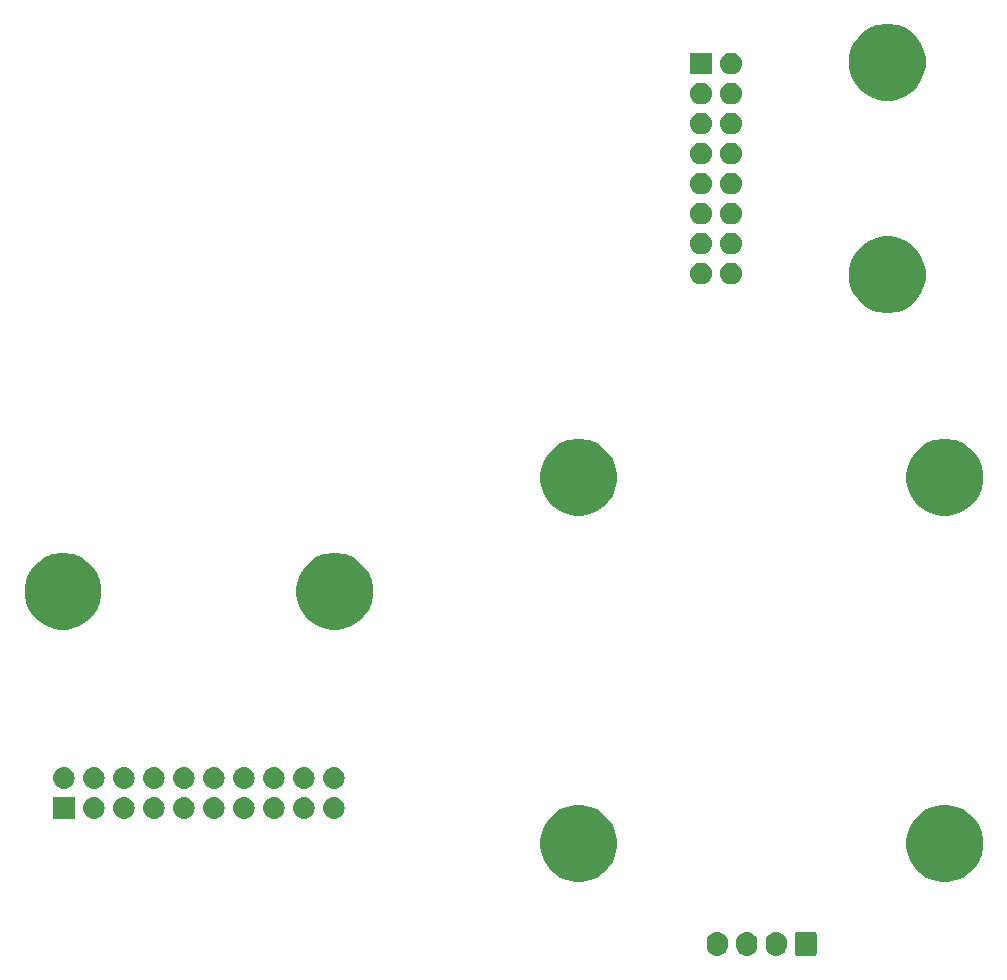
<source format=gbr>
G04 #@! TF.GenerationSoftware,KiCad,Pcbnew,(5.1.4)-1*
G04 #@! TF.CreationDate,2020-03-27T03:49:38-04:00*
G04 #@! TF.ProjectId,gantry_x_motor_breakout,67616e74-7279-45f7-985f-6d6f746f725f,rev?*
G04 #@! TF.SameCoordinates,Original*
G04 #@! TF.FileFunction,Soldermask,Top*
G04 #@! TF.FilePolarity,Negative*
%FSLAX46Y46*%
G04 Gerber Fmt 4.6, Leading zero omitted, Abs format (unit mm)*
G04 Created by KiCad (PCBNEW (5.1.4)-1) date 2020-03-27 03:49:38*
%MOMM*%
%LPD*%
G04 APERTURE LIST*
%ADD10C,0.100000*%
G04 APERTURE END LIST*
D10*
G36*
X148926627Y-122987037D02*
G01*
X149096466Y-123038557D01*
X149252991Y-123122222D01*
X149288729Y-123151552D01*
X149390186Y-123234814D01*
X149473448Y-123336271D01*
X149502778Y-123372009D01*
X149586443Y-123528534D01*
X149637963Y-123698374D01*
X149651000Y-123830743D01*
X149651000Y-124169258D01*
X149637963Y-124301627D01*
X149586443Y-124471466D01*
X149502778Y-124627991D01*
X149473448Y-124663729D01*
X149390186Y-124765186D01*
X149252989Y-124877779D01*
X149096467Y-124961442D01*
X149096465Y-124961443D01*
X148926626Y-125012963D01*
X148750000Y-125030359D01*
X148573373Y-125012963D01*
X148403534Y-124961443D01*
X148247009Y-124877778D01*
X148204750Y-124843097D01*
X148109814Y-124765186D01*
X147997221Y-124627989D01*
X147913558Y-124471467D01*
X147913557Y-124471465D01*
X147862037Y-124301626D01*
X147849000Y-124169257D01*
X147849000Y-123830742D01*
X147862037Y-123698373D01*
X147913557Y-123528534D01*
X147997222Y-123372009D01*
X148109815Y-123234815D01*
X148247010Y-123122222D01*
X148403535Y-123038557D01*
X148573374Y-122987037D01*
X148750000Y-122969641D01*
X148926627Y-122987037D01*
X148926627Y-122987037D01*
G37*
G36*
X151426627Y-122987037D02*
G01*
X151596466Y-123038557D01*
X151752991Y-123122222D01*
X151788729Y-123151552D01*
X151890186Y-123234814D01*
X151973448Y-123336271D01*
X152002778Y-123372009D01*
X152086443Y-123528534D01*
X152137963Y-123698374D01*
X152151000Y-123830743D01*
X152151000Y-124169258D01*
X152137963Y-124301627D01*
X152086443Y-124471466D01*
X152002778Y-124627991D01*
X151973448Y-124663729D01*
X151890186Y-124765186D01*
X151752989Y-124877779D01*
X151596467Y-124961442D01*
X151596465Y-124961443D01*
X151426626Y-125012963D01*
X151250000Y-125030359D01*
X151073373Y-125012963D01*
X150903534Y-124961443D01*
X150747009Y-124877778D01*
X150704750Y-124843097D01*
X150609814Y-124765186D01*
X150497221Y-124627989D01*
X150413558Y-124471467D01*
X150413557Y-124471465D01*
X150362037Y-124301626D01*
X150349000Y-124169257D01*
X150349000Y-123830742D01*
X150362037Y-123698373D01*
X150413557Y-123528534D01*
X150497222Y-123372009D01*
X150609815Y-123234815D01*
X150747010Y-123122222D01*
X150903535Y-123038557D01*
X151073374Y-122987037D01*
X151250000Y-122969641D01*
X151426627Y-122987037D01*
X151426627Y-122987037D01*
G37*
G36*
X146426627Y-122987037D02*
G01*
X146596466Y-123038557D01*
X146752991Y-123122222D01*
X146788729Y-123151552D01*
X146890186Y-123234814D01*
X146973448Y-123336271D01*
X147002778Y-123372009D01*
X147086443Y-123528534D01*
X147137963Y-123698374D01*
X147151000Y-123830743D01*
X147151000Y-124169258D01*
X147137963Y-124301627D01*
X147086443Y-124471466D01*
X147002778Y-124627991D01*
X146973448Y-124663729D01*
X146890186Y-124765186D01*
X146752989Y-124877779D01*
X146596467Y-124961442D01*
X146596465Y-124961443D01*
X146426626Y-125012963D01*
X146250000Y-125030359D01*
X146073373Y-125012963D01*
X145903534Y-124961443D01*
X145747009Y-124877778D01*
X145704750Y-124843097D01*
X145609814Y-124765186D01*
X145497221Y-124627989D01*
X145413558Y-124471467D01*
X145413557Y-124471465D01*
X145362037Y-124301626D01*
X145349000Y-124169257D01*
X145349000Y-123830742D01*
X145362037Y-123698373D01*
X145413557Y-123528534D01*
X145497222Y-123372009D01*
X145609815Y-123234815D01*
X145747010Y-123122222D01*
X145903535Y-123038557D01*
X146073374Y-122987037D01*
X146250000Y-122969641D01*
X146426627Y-122987037D01*
X146426627Y-122987037D01*
G37*
G36*
X154508600Y-122977989D02*
G01*
X154541652Y-122988015D01*
X154572103Y-123004292D01*
X154598799Y-123026201D01*
X154620708Y-123052897D01*
X154636985Y-123083348D01*
X154647011Y-123116400D01*
X154651000Y-123156903D01*
X154651000Y-124843097D01*
X154647011Y-124883600D01*
X154636985Y-124916652D01*
X154620708Y-124947103D01*
X154598799Y-124973799D01*
X154572103Y-124995708D01*
X154541652Y-125011985D01*
X154508600Y-125022011D01*
X154468097Y-125026000D01*
X153031903Y-125026000D01*
X152991400Y-125022011D01*
X152958348Y-125011985D01*
X152927897Y-124995708D01*
X152901201Y-124973799D01*
X152879292Y-124947103D01*
X152863015Y-124916652D01*
X152852989Y-124883600D01*
X152849000Y-124843097D01*
X152849000Y-123156903D01*
X152852989Y-123116400D01*
X152863015Y-123083348D01*
X152879292Y-123052897D01*
X152901201Y-123026201D01*
X152927897Y-123004292D01*
X152958348Y-122988015D01*
X152991400Y-122977989D01*
X153031903Y-122974000D01*
X154468097Y-122974000D01*
X154508600Y-122977989D01*
X154508600Y-122977989D01*
G37*
G36*
X135134239Y-112311467D02*
G01*
X135448282Y-112373934D01*
X136039926Y-112619001D01*
X136572392Y-112974784D01*
X137025216Y-113427608D01*
X137380999Y-113960074D01*
X137626066Y-114551718D01*
X137751000Y-115179804D01*
X137751000Y-115820196D01*
X137626066Y-116448282D01*
X137380999Y-117039926D01*
X137025216Y-117572392D01*
X136572392Y-118025216D01*
X136039926Y-118380999D01*
X135448282Y-118626066D01*
X135134239Y-118688533D01*
X134820197Y-118751000D01*
X134179803Y-118751000D01*
X133865761Y-118688533D01*
X133551718Y-118626066D01*
X132960074Y-118380999D01*
X132427608Y-118025216D01*
X131974784Y-117572392D01*
X131619001Y-117039926D01*
X131373934Y-116448282D01*
X131249000Y-115820196D01*
X131249000Y-115179804D01*
X131373934Y-114551718D01*
X131619001Y-113960074D01*
X131974784Y-113427608D01*
X132427608Y-112974784D01*
X132960074Y-112619001D01*
X133551718Y-112373934D01*
X133865761Y-112311467D01*
X134179803Y-112249000D01*
X134820197Y-112249000D01*
X135134239Y-112311467D01*
X135134239Y-112311467D01*
G37*
G36*
X166134239Y-112311467D02*
G01*
X166448282Y-112373934D01*
X167039926Y-112619001D01*
X167572392Y-112974784D01*
X168025216Y-113427608D01*
X168380999Y-113960074D01*
X168626066Y-114551718D01*
X168751000Y-115179804D01*
X168751000Y-115820196D01*
X168626066Y-116448282D01*
X168380999Y-117039926D01*
X168025216Y-117572392D01*
X167572392Y-118025216D01*
X167039926Y-118380999D01*
X166448282Y-118626066D01*
X166134239Y-118688533D01*
X165820197Y-118751000D01*
X165179803Y-118751000D01*
X164865761Y-118688533D01*
X164551718Y-118626066D01*
X163960074Y-118380999D01*
X163427608Y-118025216D01*
X162974784Y-117572392D01*
X162619001Y-117039926D01*
X162373934Y-116448282D01*
X162249000Y-115820196D01*
X162249000Y-115179804D01*
X162373934Y-114551718D01*
X162619001Y-113960074D01*
X162974784Y-113427608D01*
X163427608Y-112974784D01*
X163960074Y-112619001D01*
X164551718Y-112373934D01*
X164865761Y-112311467D01*
X165179803Y-112249000D01*
X165820197Y-112249000D01*
X166134239Y-112311467D01*
X166134239Y-112311467D01*
G37*
G36*
X106339294Y-111598633D02*
G01*
X106511695Y-111650931D01*
X106670583Y-111735858D01*
X106809849Y-111850151D01*
X106924142Y-111989417D01*
X107009069Y-112148305D01*
X107061367Y-112320706D01*
X107079025Y-112500000D01*
X107061367Y-112679294D01*
X107009069Y-112851695D01*
X106924142Y-113010583D01*
X106809849Y-113149849D01*
X106670583Y-113264142D01*
X106511695Y-113349069D01*
X106339294Y-113401367D01*
X106204931Y-113414600D01*
X106115069Y-113414600D01*
X105980706Y-113401367D01*
X105808305Y-113349069D01*
X105649417Y-113264142D01*
X105510151Y-113149849D01*
X105395858Y-113010583D01*
X105310931Y-112851695D01*
X105258633Y-112679294D01*
X105240975Y-112500000D01*
X105258633Y-112320706D01*
X105310931Y-112148305D01*
X105395858Y-111989417D01*
X105510151Y-111850151D01*
X105649417Y-111735858D01*
X105808305Y-111650931D01*
X105980706Y-111598633D01*
X106115069Y-111585400D01*
X106204931Y-111585400D01*
X106339294Y-111598633D01*
X106339294Y-111598633D01*
G37*
G36*
X91834600Y-113414600D02*
G01*
X90005400Y-113414600D01*
X90005400Y-111585400D01*
X91834600Y-111585400D01*
X91834600Y-113414600D01*
X91834600Y-113414600D01*
G37*
G36*
X93639294Y-111598633D02*
G01*
X93811695Y-111650931D01*
X93970583Y-111735858D01*
X94109849Y-111850151D01*
X94224142Y-111989417D01*
X94309069Y-112148305D01*
X94361367Y-112320706D01*
X94379025Y-112500000D01*
X94361367Y-112679294D01*
X94309069Y-112851695D01*
X94224142Y-113010583D01*
X94109849Y-113149849D01*
X93970583Y-113264142D01*
X93811695Y-113349069D01*
X93639294Y-113401367D01*
X93504931Y-113414600D01*
X93415069Y-113414600D01*
X93280706Y-113401367D01*
X93108305Y-113349069D01*
X92949417Y-113264142D01*
X92810151Y-113149849D01*
X92695858Y-113010583D01*
X92610931Y-112851695D01*
X92558633Y-112679294D01*
X92540975Y-112500000D01*
X92558633Y-112320706D01*
X92610931Y-112148305D01*
X92695858Y-111989417D01*
X92810151Y-111850151D01*
X92949417Y-111735858D01*
X93108305Y-111650931D01*
X93280706Y-111598633D01*
X93415069Y-111585400D01*
X93504931Y-111585400D01*
X93639294Y-111598633D01*
X93639294Y-111598633D01*
G37*
G36*
X98719294Y-111598633D02*
G01*
X98891695Y-111650931D01*
X99050583Y-111735858D01*
X99189849Y-111850151D01*
X99304142Y-111989417D01*
X99389069Y-112148305D01*
X99441367Y-112320706D01*
X99459025Y-112500000D01*
X99441367Y-112679294D01*
X99389069Y-112851695D01*
X99304142Y-113010583D01*
X99189849Y-113149849D01*
X99050583Y-113264142D01*
X98891695Y-113349069D01*
X98719294Y-113401367D01*
X98584931Y-113414600D01*
X98495069Y-113414600D01*
X98360706Y-113401367D01*
X98188305Y-113349069D01*
X98029417Y-113264142D01*
X97890151Y-113149849D01*
X97775858Y-113010583D01*
X97690931Y-112851695D01*
X97638633Y-112679294D01*
X97620975Y-112500000D01*
X97638633Y-112320706D01*
X97690931Y-112148305D01*
X97775858Y-111989417D01*
X97890151Y-111850151D01*
X98029417Y-111735858D01*
X98188305Y-111650931D01*
X98360706Y-111598633D01*
X98495069Y-111585400D01*
X98584931Y-111585400D01*
X98719294Y-111598633D01*
X98719294Y-111598633D01*
G37*
G36*
X101259294Y-111598633D02*
G01*
X101431695Y-111650931D01*
X101590583Y-111735858D01*
X101729849Y-111850151D01*
X101844142Y-111989417D01*
X101929069Y-112148305D01*
X101981367Y-112320706D01*
X101999025Y-112500000D01*
X101981367Y-112679294D01*
X101929069Y-112851695D01*
X101844142Y-113010583D01*
X101729849Y-113149849D01*
X101590583Y-113264142D01*
X101431695Y-113349069D01*
X101259294Y-113401367D01*
X101124931Y-113414600D01*
X101035069Y-113414600D01*
X100900706Y-113401367D01*
X100728305Y-113349069D01*
X100569417Y-113264142D01*
X100430151Y-113149849D01*
X100315858Y-113010583D01*
X100230931Y-112851695D01*
X100178633Y-112679294D01*
X100160975Y-112500000D01*
X100178633Y-112320706D01*
X100230931Y-112148305D01*
X100315858Y-111989417D01*
X100430151Y-111850151D01*
X100569417Y-111735858D01*
X100728305Y-111650931D01*
X100900706Y-111598633D01*
X101035069Y-111585400D01*
X101124931Y-111585400D01*
X101259294Y-111598633D01*
X101259294Y-111598633D01*
G37*
G36*
X103799294Y-111598633D02*
G01*
X103971695Y-111650931D01*
X104130583Y-111735858D01*
X104269849Y-111850151D01*
X104384142Y-111989417D01*
X104469069Y-112148305D01*
X104521367Y-112320706D01*
X104539025Y-112500000D01*
X104521367Y-112679294D01*
X104469069Y-112851695D01*
X104384142Y-113010583D01*
X104269849Y-113149849D01*
X104130583Y-113264142D01*
X103971695Y-113349069D01*
X103799294Y-113401367D01*
X103664931Y-113414600D01*
X103575069Y-113414600D01*
X103440706Y-113401367D01*
X103268305Y-113349069D01*
X103109417Y-113264142D01*
X102970151Y-113149849D01*
X102855858Y-113010583D01*
X102770931Y-112851695D01*
X102718633Y-112679294D01*
X102700975Y-112500000D01*
X102718633Y-112320706D01*
X102770931Y-112148305D01*
X102855858Y-111989417D01*
X102970151Y-111850151D01*
X103109417Y-111735858D01*
X103268305Y-111650931D01*
X103440706Y-111598633D01*
X103575069Y-111585400D01*
X103664931Y-111585400D01*
X103799294Y-111598633D01*
X103799294Y-111598633D01*
G37*
G36*
X108879294Y-111598633D02*
G01*
X109051695Y-111650931D01*
X109210583Y-111735858D01*
X109349849Y-111850151D01*
X109464142Y-111989417D01*
X109549069Y-112148305D01*
X109601367Y-112320706D01*
X109619025Y-112500000D01*
X109601367Y-112679294D01*
X109549069Y-112851695D01*
X109464142Y-113010583D01*
X109349849Y-113149849D01*
X109210583Y-113264142D01*
X109051695Y-113349069D01*
X108879294Y-113401367D01*
X108744931Y-113414600D01*
X108655069Y-113414600D01*
X108520706Y-113401367D01*
X108348305Y-113349069D01*
X108189417Y-113264142D01*
X108050151Y-113149849D01*
X107935858Y-113010583D01*
X107850931Y-112851695D01*
X107798633Y-112679294D01*
X107780975Y-112500000D01*
X107798633Y-112320706D01*
X107850931Y-112148305D01*
X107935858Y-111989417D01*
X108050151Y-111850151D01*
X108189417Y-111735858D01*
X108348305Y-111650931D01*
X108520706Y-111598633D01*
X108655069Y-111585400D01*
X108744931Y-111585400D01*
X108879294Y-111598633D01*
X108879294Y-111598633D01*
G37*
G36*
X111419294Y-111598633D02*
G01*
X111591695Y-111650931D01*
X111750583Y-111735858D01*
X111889849Y-111850151D01*
X112004142Y-111989417D01*
X112089069Y-112148305D01*
X112141367Y-112320706D01*
X112159025Y-112500000D01*
X112141367Y-112679294D01*
X112089069Y-112851695D01*
X112004142Y-113010583D01*
X111889849Y-113149849D01*
X111750583Y-113264142D01*
X111591695Y-113349069D01*
X111419294Y-113401367D01*
X111284931Y-113414600D01*
X111195069Y-113414600D01*
X111060706Y-113401367D01*
X110888305Y-113349069D01*
X110729417Y-113264142D01*
X110590151Y-113149849D01*
X110475858Y-113010583D01*
X110390931Y-112851695D01*
X110338633Y-112679294D01*
X110320975Y-112500000D01*
X110338633Y-112320706D01*
X110390931Y-112148305D01*
X110475858Y-111989417D01*
X110590151Y-111850151D01*
X110729417Y-111735858D01*
X110888305Y-111650931D01*
X111060706Y-111598633D01*
X111195069Y-111585400D01*
X111284931Y-111585400D01*
X111419294Y-111598633D01*
X111419294Y-111598633D01*
G37*
G36*
X113959294Y-111598633D02*
G01*
X114131695Y-111650931D01*
X114290583Y-111735858D01*
X114429849Y-111850151D01*
X114544142Y-111989417D01*
X114629069Y-112148305D01*
X114681367Y-112320706D01*
X114699025Y-112500000D01*
X114681367Y-112679294D01*
X114629069Y-112851695D01*
X114544142Y-113010583D01*
X114429849Y-113149849D01*
X114290583Y-113264142D01*
X114131695Y-113349069D01*
X113959294Y-113401367D01*
X113824931Y-113414600D01*
X113735069Y-113414600D01*
X113600706Y-113401367D01*
X113428305Y-113349069D01*
X113269417Y-113264142D01*
X113130151Y-113149849D01*
X113015858Y-113010583D01*
X112930931Y-112851695D01*
X112878633Y-112679294D01*
X112860975Y-112500000D01*
X112878633Y-112320706D01*
X112930931Y-112148305D01*
X113015858Y-111989417D01*
X113130151Y-111850151D01*
X113269417Y-111735858D01*
X113428305Y-111650931D01*
X113600706Y-111598633D01*
X113735069Y-111585400D01*
X113824931Y-111585400D01*
X113959294Y-111598633D01*
X113959294Y-111598633D01*
G37*
G36*
X96179294Y-111598633D02*
G01*
X96351695Y-111650931D01*
X96510583Y-111735858D01*
X96649849Y-111850151D01*
X96764142Y-111989417D01*
X96849069Y-112148305D01*
X96901367Y-112320706D01*
X96919025Y-112500000D01*
X96901367Y-112679294D01*
X96849069Y-112851695D01*
X96764142Y-113010583D01*
X96649849Y-113149849D01*
X96510583Y-113264142D01*
X96351695Y-113349069D01*
X96179294Y-113401367D01*
X96044931Y-113414600D01*
X95955069Y-113414600D01*
X95820706Y-113401367D01*
X95648305Y-113349069D01*
X95489417Y-113264142D01*
X95350151Y-113149849D01*
X95235858Y-113010583D01*
X95150931Y-112851695D01*
X95098633Y-112679294D01*
X95080975Y-112500000D01*
X95098633Y-112320706D01*
X95150931Y-112148305D01*
X95235858Y-111989417D01*
X95350151Y-111850151D01*
X95489417Y-111735858D01*
X95648305Y-111650931D01*
X95820706Y-111598633D01*
X95955069Y-111585400D01*
X96044931Y-111585400D01*
X96179294Y-111598633D01*
X96179294Y-111598633D01*
G37*
G36*
X113959294Y-109058633D02*
G01*
X114131695Y-109110931D01*
X114290583Y-109195858D01*
X114429849Y-109310151D01*
X114544142Y-109449417D01*
X114629069Y-109608305D01*
X114681367Y-109780706D01*
X114699025Y-109960000D01*
X114681367Y-110139294D01*
X114629069Y-110311695D01*
X114544142Y-110470583D01*
X114429849Y-110609849D01*
X114290583Y-110724142D01*
X114131695Y-110809069D01*
X113959294Y-110861367D01*
X113824931Y-110874600D01*
X113735069Y-110874600D01*
X113600706Y-110861367D01*
X113428305Y-110809069D01*
X113269417Y-110724142D01*
X113130151Y-110609849D01*
X113015858Y-110470583D01*
X112930931Y-110311695D01*
X112878633Y-110139294D01*
X112860975Y-109960000D01*
X112878633Y-109780706D01*
X112930931Y-109608305D01*
X113015858Y-109449417D01*
X113130151Y-109310151D01*
X113269417Y-109195858D01*
X113428305Y-109110931D01*
X113600706Y-109058633D01*
X113735069Y-109045400D01*
X113824931Y-109045400D01*
X113959294Y-109058633D01*
X113959294Y-109058633D01*
G37*
G36*
X91099294Y-109058633D02*
G01*
X91271695Y-109110931D01*
X91430583Y-109195858D01*
X91569849Y-109310151D01*
X91684142Y-109449417D01*
X91769069Y-109608305D01*
X91821367Y-109780706D01*
X91839025Y-109960000D01*
X91821367Y-110139294D01*
X91769069Y-110311695D01*
X91684142Y-110470583D01*
X91569849Y-110609849D01*
X91430583Y-110724142D01*
X91271695Y-110809069D01*
X91099294Y-110861367D01*
X90964931Y-110874600D01*
X90875069Y-110874600D01*
X90740706Y-110861367D01*
X90568305Y-110809069D01*
X90409417Y-110724142D01*
X90270151Y-110609849D01*
X90155858Y-110470583D01*
X90070931Y-110311695D01*
X90018633Y-110139294D01*
X90000975Y-109960000D01*
X90018633Y-109780706D01*
X90070931Y-109608305D01*
X90155858Y-109449417D01*
X90270151Y-109310151D01*
X90409417Y-109195858D01*
X90568305Y-109110931D01*
X90740706Y-109058633D01*
X90875069Y-109045400D01*
X90964931Y-109045400D01*
X91099294Y-109058633D01*
X91099294Y-109058633D01*
G37*
G36*
X111419294Y-109058633D02*
G01*
X111591695Y-109110931D01*
X111750583Y-109195858D01*
X111889849Y-109310151D01*
X112004142Y-109449417D01*
X112089069Y-109608305D01*
X112141367Y-109780706D01*
X112159025Y-109960000D01*
X112141367Y-110139294D01*
X112089069Y-110311695D01*
X112004142Y-110470583D01*
X111889849Y-110609849D01*
X111750583Y-110724142D01*
X111591695Y-110809069D01*
X111419294Y-110861367D01*
X111284931Y-110874600D01*
X111195069Y-110874600D01*
X111060706Y-110861367D01*
X110888305Y-110809069D01*
X110729417Y-110724142D01*
X110590151Y-110609849D01*
X110475858Y-110470583D01*
X110390931Y-110311695D01*
X110338633Y-110139294D01*
X110320975Y-109960000D01*
X110338633Y-109780706D01*
X110390931Y-109608305D01*
X110475858Y-109449417D01*
X110590151Y-109310151D01*
X110729417Y-109195858D01*
X110888305Y-109110931D01*
X111060706Y-109058633D01*
X111195069Y-109045400D01*
X111284931Y-109045400D01*
X111419294Y-109058633D01*
X111419294Y-109058633D01*
G37*
G36*
X93639294Y-109058633D02*
G01*
X93811695Y-109110931D01*
X93970583Y-109195858D01*
X94109849Y-109310151D01*
X94224142Y-109449417D01*
X94309069Y-109608305D01*
X94361367Y-109780706D01*
X94379025Y-109960000D01*
X94361367Y-110139294D01*
X94309069Y-110311695D01*
X94224142Y-110470583D01*
X94109849Y-110609849D01*
X93970583Y-110724142D01*
X93811695Y-110809069D01*
X93639294Y-110861367D01*
X93504931Y-110874600D01*
X93415069Y-110874600D01*
X93280706Y-110861367D01*
X93108305Y-110809069D01*
X92949417Y-110724142D01*
X92810151Y-110609849D01*
X92695858Y-110470583D01*
X92610931Y-110311695D01*
X92558633Y-110139294D01*
X92540975Y-109960000D01*
X92558633Y-109780706D01*
X92610931Y-109608305D01*
X92695858Y-109449417D01*
X92810151Y-109310151D01*
X92949417Y-109195858D01*
X93108305Y-109110931D01*
X93280706Y-109058633D01*
X93415069Y-109045400D01*
X93504931Y-109045400D01*
X93639294Y-109058633D01*
X93639294Y-109058633D01*
G37*
G36*
X108879294Y-109058633D02*
G01*
X109051695Y-109110931D01*
X109210583Y-109195858D01*
X109349849Y-109310151D01*
X109464142Y-109449417D01*
X109549069Y-109608305D01*
X109601367Y-109780706D01*
X109619025Y-109960000D01*
X109601367Y-110139294D01*
X109549069Y-110311695D01*
X109464142Y-110470583D01*
X109349849Y-110609849D01*
X109210583Y-110724142D01*
X109051695Y-110809069D01*
X108879294Y-110861367D01*
X108744931Y-110874600D01*
X108655069Y-110874600D01*
X108520706Y-110861367D01*
X108348305Y-110809069D01*
X108189417Y-110724142D01*
X108050151Y-110609849D01*
X107935858Y-110470583D01*
X107850931Y-110311695D01*
X107798633Y-110139294D01*
X107780975Y-109960000D01*
X107798633Y-109780706D01*
X107850931Y-109608305D01*
X107935858Y-109449417D01*
X108050151Y-109310151D01*
X108189417Y-109195858D01*
X108348305Y-109110931D01*
X108520706Y-109058633D01*
X108655069Y-109045400D01*
X108744931Y-109045400D01*
X108879294Y-109058633D01*
X108879294Y-109058633D01*
G37*
G36*
X96179294Y-109058633D02*
G01*
X96351695Y-109110931D01*
X96510583Y-109195858D01*
X96649849Y-109310151D01*
X96764142Y-109449417D01*
X96849069Y-109608305D01*
X96901367Y-109780706D01*
X96919025Y-109960000D01*
X96901367Y-110139294D01*
X96849069Y-110311695D01*
X96764142Y-110470583D01*
X96649849Y-110609849D01*
X96510583Y-110724142D01*
X96351695Y-110809069D01*
X96179294Y-110861367D01*
X96044931Y-110874600D01*
X95955069Y-110874600D01*
X95820706Y-110861367D01*
X95648305Y-110809069D01*
X95489417Y-110724142D01*
X95350151Y-110609849D01*
X95235858Y-110470583D01*
X95150931Y-110311695D01*
X95098633Y-110139294D01*
X95080975Y-109960000D01*
X95098633Y-109780706D01*
X95150931Y-109608305D01*
X95235858Y-109449417D01*
X95350151Y-109310151D01*
X95489417Y-109195858D01*
X95648305Y-109110931D01*
X95820706Y-109058633D01*
X95955069Y-109045400D01*
X96044931Y-109045400D01*
X96179294Y-109058633D01*
X96179294Y-109058633D01*
G37*
G36*
X103799294Y-109058633D02*
G01*
X103971695Y-109110931D01*
X104130583Y-109195858D01*
X104269849Y-109310151D01*
X104384142Y-109449417D01*
X104469069Y-109608305D01*
X104521367Y-109780706D01*
X104539025Y-109960000D01*
X104521367Y-110139294D01*
X104469069Y-110311695D01*
X104384142Y-110470583D01*
X104269849Y-110609849D01*
X104130583Y-110724142D01*
X103971695Y-110809069D01*
X103799294Y-110861367D01*
X103664931Y-110874600D01*
X103575069Y-110874600D01*
X103440706Y-110861367D01*
X103268305Y-110809069D01*
X103109417Y-110724142D01*
X102970151Y-110609849D01*
X102855858Y-110470583D01*
X102770931Y-110311695D01*
X102718633Y-110139294D01*
X102700975Y-109960000D01*
X102718633Y-109780706D01*
X102770931Y-109608305D01*
X102855858Y-109449417D01*
X102970151Y-109310151D01*
X103109417Y-109195858D01*
X103268305Y-109110931D01*
X103440706Y-109058633D01*
X103575069Y-109045400D01*
X103664931Y-109045400D01*
X103799294Y-109058633D01*
X103799294Y-109058633D01*
G37*
G36*
X101259294Y-109058633D02*
G01*
X101431695Y-109110931D01*
X101590583Y-109195858D01*
X101729849Y-109310151D01*
X101844142Y-109449417D01*
X101929069Y-109608305D01*
X101981367Y-109780706D01*
X101999025Y-109960000D01*
X101981367Y-110139294D01*
X101929069Y-110311695D01*
X101844142Y-110470583D01*
X101729849Y-110609849D01*
X101590583Y-110724142D01*
X101431695Y-110809069D01*
X101259294Y-110861367D01*
X101124931Y-110874600D01*
X101035069Y-110874600D01*
X100900706Y-110861367D01*
X100728305Y-110809069D01*
X100569417Y-110724142D01*
X100430151Y-110609849D01*
X100315858Y-110470583D01*
X100230931Y-110311695D01*
X100178633Y-110139294D01*
X100160975Y-109960000D01*
X100178633Y-109780706D01*
X100230931Y-109608305D01*
X100315858Y-109449417D01*
X100430151Y-109310151D01*
X100569417Y-109195858D01*
X100728305Y-109110931D01*
X100900706Y-109058633D01*
X101035069Y-109045400D01*
X101124931Y-109045400D01*
X101259294Y-109058633D01*
X101259294Y-109058633D01*
G37*
G36*
X98719294Y-109058633D02*
G01*
X98891695Y-109110931D01*
X99050583Y-109195858D01*
X99189849Y-109310151D01*
X99304142Y-109449417D01*
X99389069Y-109608305D01*
X99441367Y-109780706D01*
X99459025Y-109960000D01*
X99441367Y-110139294D01*
X99389069Y-110311695D01*
X99304142Y-110470583D01*
X99189849Y-110609849D01*
X99050583Y-110724142D01*
X98891695Y-110809069D01*
X98719294Y-110861367D01*
X98584931Y-110874600D01*
X98495069Y-110874600D01*
X98360706Y-110861367D01*
X98188305Y-110809069D01*
X98029417Y-110724142D01*
X97890151Y-110609849D01*
X97775858Y-110470583D01*
X97690931Y-110311695D01*
X97638633Y-110139294D01*
X97620975Y-109960000D01*
X97638633Y-109780706D01*
X97690931Y-109608305D01*
X97775858Y-109449417D01*
X97890151Y-109310151D01*
X98029417Y-109195858D01*
X98188305Y-109110931D01*
X98360706Y-109058633D01*
X98495069Y-109045400D01*
X98584931Y-109045400D01*
X98719294Y-109058633D01*
X98719294Y-109058633D01*
G37*
G36*
X106339294Y-109058633D02*
G01*
X106511695Y-109110931D01*
X106670583Y-109195858D01*
X106809849Y-109310151D01*
X106924142Y-109449417D01*
X107009069Y-109608305D01*
X107061367Y-109780706D01*
X107079025Y-109960000D01*
X107061367Y-110139294D01*
X107009069Y-110311695D01*
X106924142Y-110470583D01*
X106809849Y-110609849D01*
X106670583Y-110724142D01*
X106511695Y-110809069D01*
X106339294Y-110861367D01*
X106204931Y-110874600D01*
X106115069Y-110874600D01*
X105980706Y-110861367D01*
X105808305Y-110809069D01*
X105649417Y-110724142D01*
X105510151Y-110609849D01*
X105395858Y-110470583D01*
X105310931Y-110311695D01*
X105258633Y-110139294D01*
X105240975Y-109960000D01*
X105258633Y-109780706D01*
X105310931Y-109608305D01*
X105395858Y-109449417D01*
X105510151Y-109310151D01*
X105649417Y-109195858D01*
X105808305Y-109110931D01*
X105980706Y-109058633D01*
X106115069Y-109045400D01*
X106204931Y-109045400D01*
X106339294Y-109058633D01*
X106339294Y-109058633D01*
G37*
G36*
X91484239Y-90961467D02*
G01*
X91798282Y-91023934D01*
X92389926Y-91269001D01*
X92922392Y-91624784D01*
X93375216Y-92077608D01*
X93730999Y-92610074D01*
X93976066Y-93201718D01*
X94101000Y-93829804D01*
X94101000Y-94470196D01*
X93976066Y-95098282D01*
X93730999Y-95689926D01*
X93375216Y-96222392D01*
X92922392Y-96675216D01*
X92389926Y-97030999D01*
X91798282Y-97276066D01*
X91484239Y-97338533D01*
X91170197Y-97401000D01*
X90529803Y-97401000D01*
X90215761Y-97338533D01*
X89901718Y-97276066D01*
X89310074Y-97030999D01*
X88777608Y-96675216D01*
X88324784Y-96222392D01*
X87969001Y-95689926D01*
X87723934Y-95098282D01*
X87599000Y-94470196D01*
X87599000Y-93829804D01*
X87723934Y-93201718D01*
X87969001Y-92610074D01*
X88324784Y-92077608D01*
X88777608Y-91624784D01*
X89310074Y-91269001D01*
X89901718Y-91023934D01*
X90215761Y-90961467D01*
X90529803Y-90899000D01*
X91170197Y-90899000D01*
X91484239Y-90961467D01*
X91484239Y-90961467D01*
G37*
G36*
X114484239Y-90961467D02*
G01*
X114798282Y-91023934D01*
X115389926Y-91269001D01*
X115922392Y-91624784D01*
X116375216Y-92077608D01*
X116730999Y-92610074D01*
X116976066Y-93201718D01*
X117101000Y-93829804D01*
X117101000Y-94470196D01*
X116976066Y-95098282D01*
X116730999Y-95689926D01*
X116375216Y-96222392D01*
X115922392Y-96675216D01*
X115389926Y-97030999D01*
X114798282Y-97276066D01*
X114484239Y-97338533D01*
X114170197Y-97401000D01*
X113529803Y-97401000D01*
X113215761Y-97338533D01*
X112901718Y-97276066D01*
X112310074Y-97030999D01*
X111777608Y-96675216D01*
X111324784Y-96222392D01*
X110969001Y-95689926D01*
X110723934Y-95098282D01*
X110599000Y-94470196D01*
X110599000Y-93829804D01*
X110723934Y-93201718D01*
X110969001Y-92610074D01*
X111324784Y-92077608D01*
X111777608Y-91624784D01*
X112310074Y-91269001D01*
X112901718Y-91023934D01*
X113215761Y-90961467D01*
X113529803Y-90899000D01*
X114170197Y-90899000D01*
X114484239Y-90961467D01*
X114484239Y-90961467D01*
G37*
G36*
X135134239Y-81311467D02*
G01*
X135448282Y-81373934D01*
X136039926Y-81619001D01*
X136572392Y-81974784D01*
X137025216Y-82427608D01*
X137380999Y-82960074D01*
X137626066Y-83551718D01*
X137751000Y-84179804D01*
X137751000Y-84820196D01*
X137626066Y-85448282D01*
X137380999Y-86039926D01*
X137025216Y-86572392D01*
X136572392Y-87025216D01*
X136039926Y-87380999D01*
X135448282Y-87626066D01*
X135134239Y-87688533D01*
X134820197Y-87751000D01*
X134179803Y-87751000D01*
X133865761Y-87688533D01*
X133551718Y-87626066D01*
X132960074Y-87380999D01*
X132427608Y-87025216D01*
X131974784Y-86572392D01*
X131619001Y-86039926D01*
X131373934Y-85448282D01*
X131249000Y-84820196D01*
X131249000Y-84179804D01*
X131373934Y-83551718D01*
X131619001Y-82960074D01*
X131974784Y-82427608D01*
X132427608Y-81974784D01*
X132960074Y-81619001D01*
X133551718Y-81373934D01*
X133865761Y-81311467D01*
X134179803Y-81249000D01*
X134820197Y-81249000D01*
X135134239Y-81311467D01*
X135134239Y-81311467D01*
G37*
G36*
X166134239Y-81311467D02*
G01*
X166448282Y-81373934D01*
X167039926Y-81619001D01*
X167572392Y-81974784D01*
X168025216Y-82427608D01*
X168380999Y-82960074D01*
X168626066Y-83551718D01*
X168751000Y-84179804D01*
X168751000Y-84820196D01*
X168626066Y-85448282D01*
X168380999Y-86039926D01*
X168025216Y-86572392D01*
X167572392Y-87025216D01*
X167039926Y-87380999D01*
X166448282Y-87626066D01*
X166134239Y-87688533D01*
X165820197Y-87751000D01*
X165179803Y-87751000D01*
X164865761Y-87688533D01*
X164551718Y-87626066D01*
X163960074Y-87380999D01*
X163427608Y-87025216D01*
X162974784Y-86572392D01*
X162619001Y-86039926D01*
X162373934Y-85448282D01*
X162249000Y-84820196D01*
X162249000Y-84179804D01*
X162373934Y-83551718D01*
X162619001Y-82960074D01*
X162974784Y-82427608D01*
X163427608Y-81974784D01*
X163960074Y-81619001D01*
X164551718Y-81373934D01*
X164865761Y-81311467D01*
X165179803Y-81249000D01*
X165820197Y-81249000D01*
X166134239Y-81311467D01*
X166134239Y-81311467D01*
G37*
G36*
X161284239Y-64161467D02*
G01*
X161598282Y-64223934D01*
X162189926Y-64469001D01*
X162722392Y-64824784D01*
X163175216Y-65277608D01*
X163530999Y-65810074D01*
X163776066Y-66401718D01*
X163901000Y-67029804D01*
X163901000Y-67670196D01*
X163776066Y-68298282D01*
X163530999Y-68889926D01*
X163175216Y-69422392D01*
X162722392Y-69875216D01*
X162189926Y-70230999D01*
X161598282Y-70476066D01*
X161284239Y-70538533D01*
X160970197Y-70601000D01*
X160329803Y-70601000D01*
X160015761Y-70538533D01*
X159701718Y-70476066D01*
X159110074Y-70230999D01*
X158577608Y-69875216D01*
X158124784Y-69422392D01*
X157769001Y-68889926D01*
X157523934Y-68298282D01*
X157399000Y-67670196D01*
X157399000Y-67029804D01*
X157523934Y-66401718D01*
X157769001Y-65810074D01*
X158124784Y-65277608D01*
X158577608Y-64824784D01*
X159110074Y-64469001D01*
X159701718Y-64223934D01*
X160015761Y-64161467D01*
X160329803Y-64099000D01*
X160970197Y-64099000D01*
X161284239Y-64161467D01*
X161284239Y-64161467D01*
G37*
G36*
X147594294Y-66338633D02*
G01*
X147766695Y-66390931D01*
X147925583Y-66475858D01*
X148064849Y-66590151D01*
X148179142Y-66729417D01*
X148264069Y-66888305D01*
X148316367Y-67060706D01*
X148334025Y-67240000D01*
X148316367Y-67419294D01*
X148264069Y-67591695D01*
X148179142Y-67750583D01*
X148064849Y-67889849D01*
X147925583Y-68004142D01*
X147766695Y-68089069D01*
X147594294Y-68141367D01*
X147459931Y-68154600D01*
X147370069Y-68154600D01*
X147235706Y-68141367D01*
X147063305Y-68089069D01*
X146904417Y-68004142D01*
X146765151Y-67889849D01*
X146650858Y-67750583D01*
X146565931Y-67591695D01*
X146513633Y-67419294D01*
X146495975Y-67240000D01*
X146513633Y-67060706D01*
X146565931Y-66888305D01*
X146650858Y-66729417D01*
X146765151Y-66590151D01*
X146904417Y-66475858D01*
X147063305Y-66390931D01*
X147235706Y-66338633D01*
X147370069Y-66325400D01*
X147459931Y-66325400D01*
X147594294Y-66338633D01*
X147594294Y-66338633D01*
G37*
G36*
X145054294Y-66338633D02*
G01*
X145226695Y-66390931D01*
X145385583Y-66475858D01*
X145524849Y-66590151D01*
X145639142Y-66729417D01*
X145724069Y-66888305D01*
X145776367Y-67060706D01*
X145794025Y-67240000D01*
X145776367Y-67419294D01*
X145724069Y-67591695D01*
X145639142Y-67750583D01*
X145524849Y-67889849D01*
X145385583Y-68004142D01*
X145226695Y-68089069D01*
X145054294Y-68141367D01*
X144919931Y-68154600D01*
X144830069Y-68154600D01*
X144695706Y-68141367D01*
X144523305Y-68089069D01*
X144364417Y-68004142D01*
X144225151Y-67889849D01*
X144110858Y-67750583D01*
X144025931Y-67591695D01*
X143973633Y-67419294D01*
X143955975Y-67240000D01*
X143973633Y-67060706D01*
X144025931Y-66888305D01*
X144110858Y-66729417D01*
X144225151Y-66590151D01*
X144364417Y-66475858D01*
X144523305Y-66390931D01*
X144695706Y-66338633D01*
X144830069Y-66325400D01*
X144919931Y-66325400D01*
X145054294Y-66338633D01*
X145054294Y-66338633D01*
G37*
G36*
X147594294Y-63798633D02*
G01*
X147766695Y-63850931D01*
X147925583Y-63935858D01*
X148064849Y-64050151D01*
X148179142Y-64189417D01*
X148264069Y-64348305D01*
X148316367Y-64520706D01*
X148334025Y-64700000D01*
X148316367Y-64879294D01*
X148264069Y-65051695D01*
X148179142Y-65210583D01*
X148064849Y-65349849D01*
X147925583Y-65464142D01*
X147766695Y-65549069D01*
X147594294Y-65601367D01*
X147459931Y-65614600D01*
X147370069Y-65614600D01*
X147235706Y-65601367D01*
X147063305Y-65549069D01*
X146904417Y-65464142D01*
X146765151Y-65349849D01*
X146650858Y-65210583D01*
X146565931Y-65051695D01*
X146513633Y-64879294D01*
X146495975Y-64700000D01*
X146513633Y-64520706D01*
X146565931Y-64348305D01*
X146650858Y-64189417D01*
X146765151Y-64050151D01*
X146904417Y-63935858D01*
X147063305Y-63850931D01*
X147235706Y-63798633D01*
X147370069Y-63785400D01*
X147459931Y-63785400D01*
X147594294Y-63798633D01*
X147594294Y-63798633D01*
G37*
G36*
X145054294Y-63798633D02*
G01*
X145226695Y-63850931D01*
X145385583Y-63935858D01*
X145524849Y-64050151D01*
X145639142Y-64189417D01*
X145724069Y-64348305D01*
X145776367Y-64520706D01*
X145794025Y-64700000D01*
X145776367Y-64879294D01*
X145724069Y-65051695D01*
X145639142Y-65210583D01*
X145524849Y-65349849D01*
X145385583Y-65464142D01*
X145226695Y-65549069D01*
X145054294Y-65601367D01*
X144919931Y-65614600D01*
X144830069Y-65614600D01*
X144695706Y-65601367D01*
X144523305Y-65549069D01*
X144364417Y-65464142D01*
X144225151Y-65349849D01*
X144110858Y-65210583D01*
X144025931Y-65051695D01*
X143973633Y-64879294D01*
X143955975Y-64700000D01*
X143973633Y-64520706D01*
X144025931Y-64348305D01*
X144110858Y-64189417D01*
X144225151Y-64050151D01*
X144364417Y-63935858D01*
X144523305Y-63850931D01*
X144695706Y-63798633D01*
X144830069Y-63785400D01*
X144919931Y-63785400D01*
X145054294Y-63798633D01*
X145054294Y-63798633D01*
G37*
G36*
X147594294Y-61258633D02*
G01*
X147766695Y-61310931D01*
X147925583Y-61395858D01*
X148064849Y-61510151D01*
X148179142Y-61649417D01*
X148264069Y-61808305D01*
X148316367Y-61980706D01*
X148334025Y-62160000D01*
X148316367Y-62339294D01*
X148264069Y-62511695D01*
X148179142Y-62670583D01*
X148064849Y-62809849D01*
X147925583Y-62924142D01*
X147766695Y-63009069D01*
X147594294Y-63061367D01*
X147459931Y-63074600D01*
X147370069Y-63074600D01*
X147235706Y-63061367D01*
X147063305Y-63009069D01*
X146904417Y-62924142D01*
X146765151Y-62809849D01*
X146650858Y-62670583D01*
X146565931Y-62511695D01*
X146513633Y-62339294D01*
X146495975Y-62160000D01*
X146513633Y-61980706D01*
X146565931Y-61808305D01*
X146650858Y-61649417D01*
X146765151Y-61510151D01*
X146904417Y-61395858D01*
X147063305Y-61310931D01*
X147235706Y-61258633D01*
X147370069Y-61245400D01*
X147459931Y-61245400D01*
X147594294Y-61258633D01*
X147594294Y-61258633D01*
G37*
G36*
X145054294Y-61258633D02*
G01*
X145226695Y-61310931D01*
X145385583Y-61395858D01*
X145524849Y-61510151D01*
X145639142Y-61649417D01*
X145724069Y-61808305D01*
X145776367Y-61980706D01*
X145794025Y-62160000D01*
X145776367Y-62339294D01*
X145724069Y-62511695D01*
X145639142Y-62670583D01*
X145524849Y-62809849D01*
X145385583Y-62924142D01*
X145226695Y-63009069D01*
X145054294Y-63061367D01*
X144919931Y-63074600D01*
X144830069Y-63074600D01*
X144695706Y-63061367D01*
X144523305Y-63009069D01*
X144364417Y-62924142D01*
X144225151Y-62809849D01*
X144110858Y-62670583D01*
X144025931Y-62511695D01*
X143973633Y-62339294D01*
X143955975Y-62160000D01*
X143973633Y-61980706D01*
X144025931Y-61808305D01*
X144110858Y-61649417D01*
X144225151Y-61510151D01*
X144364417Y-61395858D01*
X144523305Y-61310931D01*
X144695706Y-61258633D01*
X144830069Y-61245400D01*
X144919931Y-61245400D01*
X145054294Y-61258633D01*
X145054294Y-61258633D01*
G37*
G36*
X145054294Y-58718633D02*
G01*
X145226695Y-58770931D01*
X145385583Y-58855858D01*
X145524849Y-58970151D01*
X145639142Y-59109417D01*
X145724069Y-59268305D01*
X145776367Y-59440706D01*
X145794025Y-59620000D01*
X145776367Y-59799294D01*
X145724069Y-59971695D01*
X145639142Y-60130583D01*
X145524849Y-60269849D01*
X145385583Y-60384142D01*
X145226695Y-60469069D01*
X145054294Y-60521367D01*
X144919931Y-60534600D01*
X144830069Y-60534600D01*
X144695706Y-60521367D01*
X144523305Y-60469069D01*
X144364417Y-60384142D01*
X144225151Y-60269849D01*
X144110858Y-60130583D01*
X144025931Y-59971695D01*
X143973633Y-59799294D01*
X143955975Y-59620000D01*
X143973633Y-59440706D01*
X144025931Y-59268305D01*
X144110858Y-59109417D01*
X144225151Y-58970151D01*
X144364417Y-58855858D01*
X144523305Y-58770931D01*
X144695706Y-58718633D01*
X144830069Y-58705400D01*
X144919931Y-58705400D01*
X145054294Y-58718633D01*
X145054294Y-58718633D01*
G37*
G36*
X147594294Y-58718633D02*
G01*
X147766695Y-58770931D01*
X147925583Y-58855858D01*
X148064849Y-58970151D01*
X148179142Y-59109417D01*
X148264069Y-59268305D01*
X148316367Y-59440706D01*
X148334025Y-59620000D01*
X148316367Y-59799294D01*
X148264069Y-59971695D01*
X148179142Y-60130583D01*
X148064849Y-60269849D01*
X147925583Y-60384142D01*
X147766695Y-60469069D01*
X147594294Y-60521367D01*
X147459931Y-60534600D01*
X147370069Y-60534600D01*
X147235706Y-60521367D01*
X147063305Y-60469069D01*
X146904417Y-60384142D01*
X146765151Y-60269849D01*
X146650858Y-60130583D01*
X146565931Y-59971695D01*
X146513633Y-59799294D01*
X146495975Y-59620000D01*
X146513633Y-59440706D01*
X146565931Y-59268305D01*
X146650858Y-59109417D01*
X146765151Y-58970151D01*
X146904417Y-58855858D01*
X147063305Y-58770931D01*
X147235706Y-58718633D01*
X147370069Y-58705400D01*
X147459931Y-58705400D01*
X147594294Y-58718633D01*
X147594294Y-58718633D01*
G37*
G36*
X147594294Y-56178633D02*
G01*
X147766695Y-56230931D01*
X147925583Y-56315858D01*
X148064849Y-56430151D01*
X148179142Y-56569417D01*
X148264069Y-56728305D01*
X148316367Y-56900706D01*
X148334025Y-57080000D01*
X148316367Y-57259294D01*
X148264069Y-57431695D01*
X148179142Y-57590583D01*
X148064849Y-57729849D01*
X147925583Y-57844142D01*
X147766695Y-57929069D01*
X147594294Y-57981367D01*
X147459931Y-57994600D01*
X147370069Y-57994600D01*
X147235706Y-57981367D01*
X147063305Y-57929069D01*
X146904417Y-57844142D01*
X146765151Y-57729849D01*
X146650858Y-57590583D01*
X146565931Y-57431695D01*
X146513633Y-57259294D01*
X146495975Y-57080000D01*
X146513633Y-56900706D01*
X146565931Y-56728305D01*
X146650858Y-56569417D01*
X146765151Y-56430151D01*
X146904417Y-56315858D01*
X147063305Y-56230931D01*
X147235706Y-56178633D01*
X147370069Y-56165400D01*
X147459931Y-56165400D01*
X147594294Y-56178633D01*
X147594294Y-56178633D01*
G37*
G36*
X145054294Y-56178633D02*
G01*
X145226695Y-56230931D01*
X145385583Y-56315858D01*
X145524849Y-56430151D01*
X145639142Y-56569417D01*
X145724069Y-56728305D01*
X145776367Y-56900706D01*
X145794025Y-57080000D01*
X145776367Y-57259294D01*
X145724069Y-57431695D01*
X145639142Y-57590583D01*
X145524849Y-57729849D01*
X145385583Y-57844142D01*
X145226695Y-57929069D01*
X145054294Y-57981367D01*
X144919931Y-57994600D01*
X144830069Y-57994600D01*
X144695706Y-57981367D01*
X144523305Y-57929069D01*
X144364417Y-57844142D01*
X144225151Y-57729849D01*
X144110858Y-57590583D01*
X144025931Y-57431695D01*
X143973633Y-57259294D01*
X143955975Y-57080000D01*
X143973633Y-56900706D01*
X144025931Y-56728305D01*
X144110858Y-56569417D01*
X144225151Y-56430151D01*
X144364417Y-56315858D01*
X144523305Y-56230931D01*
X144695706Y-56178633D01*
X144830069Y-56165400D01*
X144919931Y-56165400D01*
X145054294Y-56178633D01*
X145054294Y-56178633D01*
G37*
G36*
X147594294Y-53638633D02*
G01*
X147766695Y-53690931D01*
X147925583Y-53775858D01*
X148064849Y-53890151D01*
X148179142Y-54029417D01*
X148264069Y-54188305D01*
X148316367Y-54360706D01*
X148334025Y-54540000D01*
X148316367Y-54719294D01*
X148264069Y-54891695D01*
X148179142Y-55050583D01*
X148064849Y-55189849D01*
X147925583Y-55304142D01*
X147766695Y-55389069D01*
X147594294Y-55441367D01*
X147459931Y-55454600D01*
X147370069Y-55454600D01*
X147235706Y-55441367D01*
X147063305Y-55389069D01*
X146904417Y-55304142D01*
X146765151Y-55189849D01*
X146650858Y-55050583D01*
X146565931Y-54891695D01*
X146513633Y-54719294D01*
X146495975Y-54540000D01*
X146513633Y-54360706D01*
X146565931Y-54188305D01*
X146650858Y-54029417D01*
X146765151Y-53890151D01*
X146904417Y-53775858D01*
X147063305Y-53690931D01*
X147235706Y-53638633D01*
X147370069Y-53625400D01*
X147459931Y-53625400D01*
X147594294Y-53638633D01*
X147594294Y-53638633D01*
G37*
G36*
X145054294Y-53638633D02*
G01*
X145226695Y-53690931D01*
X145385583Y-53775858D01*
X145524849Y-53890151D01*
X145639142Y-54029417D01*
X145724069Y-54188305D01*
X145776367Y-54360706D01*
X145794025Y-54540000D01*
X145776367Y-54719294D01*
X145724069Y-54891695D01*
X145639142Y-55050583D01*
X145524849Y-55189849D01*
X145385583Y-55304142D01*
X145226695Y-55389069D01*
X145054294Y-55441367D01*
X144919931Y-55454600D01*
X144830069Y-55454600D01*
X144695706Y-55441367D01*
X144523305Y-55389069D01*
X144364417Y-55304142D01*
X144225151Y-55189849D01*
X144110858Y-55050583D01*
X144025931Y-54891695D01*
X143973633Y-54719294D01*
X143955975Y-54540000D01*
X143973633Y-54360706D01*
X144025931Y-54188305D01*
X144110858Y-54029417D01*
X144225151Y-53890151D01*
X144364417Y-53775858D01*
X144523305Y-53690931D01*
X144695706Y-53638633D01*
X144830069Y-53625400D01*
X144919931Y-53625400D01*
X145054294Y-53638633D01*
X145054294Y-53638633D01*
G37*
G36*
X147594294Y-51098633D02*
G01*
X147766695Y-51150931D01*
X147925583Y-51235858D01*
X148064849Y-51350151D01*
X148179142Y-51489417D01*
X148264069Y-51648305D01*
X148316367Y-51820706D01*
X148334025Y-52000000D01*
X148316367Y-52179294D01*
X148264069Y-52351695D01*
X148179142Y-52510583D01*
X148064849Y-52649849D01*
X147925583Y-52764142D01*
X147766695Y-52849069D01*
X147594294Y-52901367D01*
X147459931Y-52914600D01*
X147370069Y-52914600D01*
X147235706Y-52901367D01*
X147063305Y-52849069D01*
X146904417Y-52764142D01*
X146765151Y-52649849D01*
X146650858Y-52510583D01*
X146565931Y-52351695D01*
X146513633Y-52179294D01*
X146495975Y-52000000D01*
X146513633Y-51820706D01*
X146565931Y-51648305D01*
X146650858Y-51489417D01*
X146765151Y-51350151D01*
X146904417Y-51235858D01*
X147063305Y-51150931D01*
X147235706Y-51098633D01*
X147370069Y-51085400D01*
X147459931Y-51085400D01*
X147594294Y-51098633D01*
X147594294Y-51098633D01*
G37*
G36*
X145054294Y-51098633D02*
G01*
X145226695Y-51150931D01*
X145385583Y-51235858D01*
X145524849Y-51350151D01*
X145639142Y-51489417D01*
X145724069Y-51648305D01*
X145776367Y-51820706D01*
X145794025Y-52000000D01*
X145776367Y-52179294D01*
X145724069Y-52351695D01*
X145639142Y-52510583D01*
X145524849Y-52649849D01*
X145385583Y-52764142D01*
X145226695Y-52849069D01*
X145054294Y-52901367D01*
X144919931Y-52914600D01*
X144830069Y-52914600D01*
X144695706Y-52901367D01*
X144523305Y-52849069D01*
X144364417Y-52764142D01*
X144225151Y-52649849D01*
X144110858Y-52510583D01*
X144025931Y-52351695D01*
X143973633Y-52179294D01*
X143955975Y-52000000D01*
X143973633Y-51820706D01*
X144025931Y-51648305D01*
X144110858Y-51489417D01*
X144225151Y-51350151D01*
X144364417Y-51235858D01*
X144523305Y-51150931D01*
X144695706Y-51098633D01*
X144830069Y-51085400D01*
X144919931Y-51085400D01*
X145054294Y-51098633D01*
X145054294Y-51098633D01*
G37*
G36*
X161284239Y-46161467D02*
G01*
X161598282Y-46223934D01*
X162189926Y-46469001D01*
X162722392Y-46824784D01*
X163175216Y-47277608D01*
X163530999Y-47810074D01*
X163776066Y-48401718D01*
X163901000Y-49029804D01*
X163901000Y-49670196D01*
X163776066Y-50298282D01*
X163530999Y-50889926D01*
X163175216Y-51422392D01*
X162722392Y-51875216D01*
X162189926Y-52230999D01*
X161598282Y-52476066D01*
X161424753Y-52510583D01*
X160970197Y-52601000D01*
X160329803Y-52601000D01*
X159875247Y-52510583D01*
X159701718Y-52476066D01*
X159110074Y-52230999D01*
X158577608Y-51875216D01*
X158124784Y-51422392D01*
X157769001Y-50889926D01*
X157523934Y-50298282D01*
X157399000Y-49670196D01*
X157399000Y-49029804D01*
X157523934Y-48401718D01*
X157769001Y-47810074D01*
X158124784Y-47277608D01*
X158577608Y-46824784D01*
X159110074Y-46469001D01*
X159701718Y-46223934D01*
X160015761Y-46161467D01*
X160329803Y-46099000D01*
X160970197Y-46099000D01*
X161284239Y-46161467D01*
X161284239Y-46161467D01*
G37*
G36*
X145789600Y-50374600D02*
G01*
X143960400Y-50374600D01*
X143960400Y-48545400D01*
X145789600Y-48545400D01*
X145789600Y-50374600D01*
X145789600Y-50374600D01*
G37*
G36*
X147594294Y-48558633D02*
G01*
X147766695Y-48610931D01*
X147925583Y-48695858D01*
X148064849Y-48810151D01*
X148179142Y-48949417D01*
X148264069Y-49108305D01*
X148316367Y-49280706D01*
X148334025Y-49460000D01*
X148316367Y-49639294D01*
X148264069Y-49811695D01*
X148179142Y-49970583D01*
X148064849Y-50109849D01*
X147925583Y-50224142D01*
X147766695Y-50309069D01*
X147594294Y-50361367D01*
X147459931Y-50374600D01*
X147370069Y-50374600D01*
X147235706Y-50361367D01*
X147063305Y-50309069D01*
X146904417Y-50224142D01*
X146765151Y-50109849D01*
X146650858Y-49970583D01*
X146565931Y-49811695D01*
X146513633Y-49639294D01*
X146495975Y-49460000D01*
X146513633Y-49280706D01*
X146565931Y-49108305D01*
X146650858Y-48949417D01*
X146765151Y-48810151D01*
X146904417Y-48695858D01*
X147063305Y-48610931D01*
X147235706Y-48558633D01*
X147370069Y-48545400D01*
X147459931Y-48545400D01*
X147594294Y-48558633D01*
X147594294Y-48558633D01*
G37*
M02*

</source>
